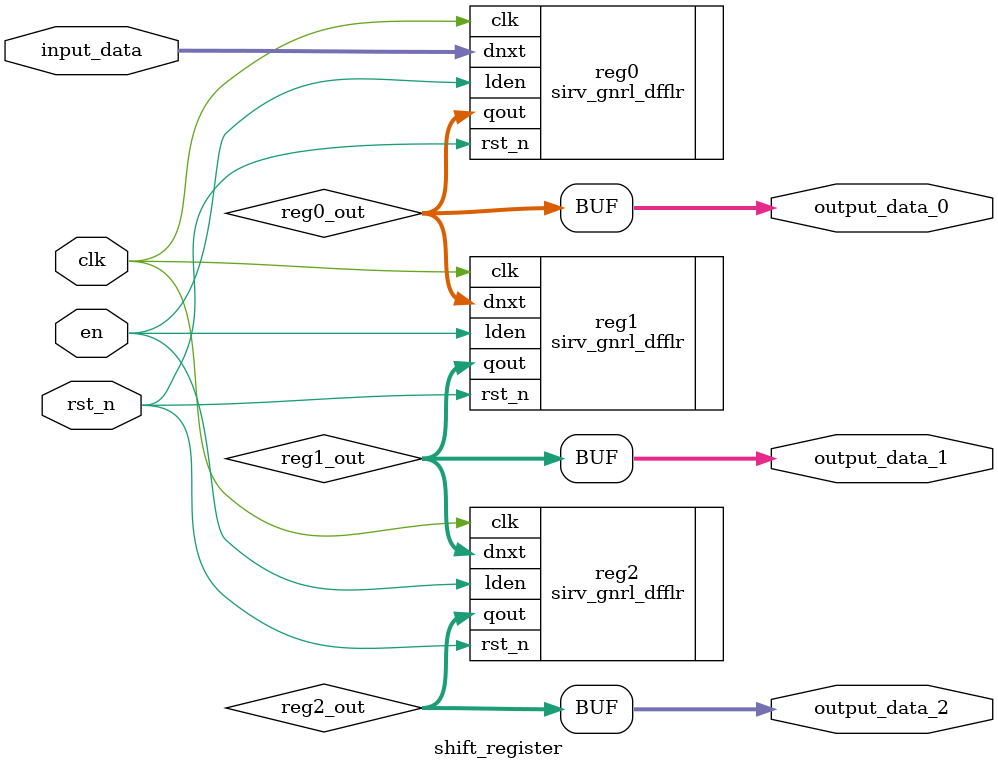
<source format=v>
`timescale 1ns / 1ps
module shift_register (
    input clk,
    input rst_n,
    input en,
    input [7:0] input_data,
    output wire [7:0] output_data_0,
    output wire[7:0] output_data_1,
    output wire[7:0] output_data_2
);

  wire [7:0] reg0_out, reg1_out, reg2_out;



  sirv_gnrl_dfflr #(8) reg0 (
      .lden (en),
      .dnxt (input_data),
      .qout (reg0_out),
      .clk  (clk),
      .rst_n(rst_n)
  );

  sirv_gnrl_dfflr #(8) reg1 (
      .lden (en),
      .dnxt (reg0_out),
      .qout (reg1_out),
      .clk  (clk),
      .rst_n(rst_n)
  );

  sirv_gnrl_dfflr #(8) reg2 (
      .lden (en),
      .dnxt (reg1_out),
      .qout (reg2_out),
      .clk  (clk),
      .rst_n(rst_n)
  );

  assign output_data_0 = reg0_out;
  assign output_data_1 = reg1_out;
  assign output_data_2 = reg2_out;

endmodule

</source>
